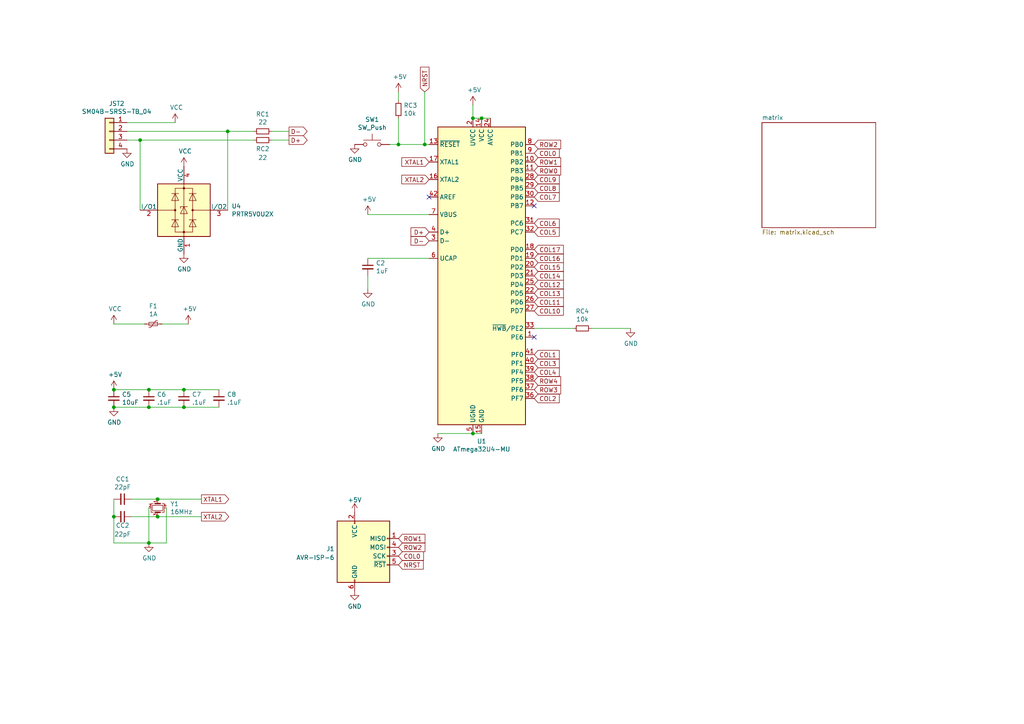
<source format=kicad_sch>
(kicad_sch (version 20211123) (generator eeschema)
  (paper "A4")
  (lib_symbols
    (symbol "Connector:AVR-ISP-6" (pin_names (offset 1.016))
      (property "Reference" "J" (at -6.35 11.43 0))
      (property "Value" "AVR-ISP-6" (at 0 11.43 0))
      (symbol "AVR-ISP-6_0_1"
        (rectangle (start -2.667 -6.858) (end -2.413 -7.62))
        (rectangle (start -2.667 10.16) (end -2.413 9.398))
        (rectangle (start 7.62 -2.413) (end 6.858 -2.667))
        (rectangle (start 7.62 0.127) (end 6.858 -0.127))
        (rectangle (start 7.62 2.667) (end 6.858 2.413))
        (rectangle (start 7.62 5.207) (end 6.858 4.953))
        (rectangle (start 7.62 10.16) (end -7.62 -7.62) (stroke (width 0.254)) (fill (type background)))
      )
      (symbol "AVR-ISP-6_1_1"
        (pin passive line (at 10.16 5.08 180) (length 2.54) (name "MISO") (number "1"))
        (pin passive line (at -2.54 12.7 270) (length 2.54) (name "VCC") (number "2"))
        (pin passive line (at 10.16 0 180) (length 2.54) (name "SCK") (number "3"))
        (pin passive line (at 10.16 2.54 180) (length 2.54) (name "MOSI") (number "4"))
        (pin passive line (at 10.16 -2.54 180) (length 2.54) (name "~{RST}") (number "5"))
        (pin passive line (at -2.54 -10.16 90) (length 2.54) (name "GND") (number "6"))
      )
    )
    (symbol "Connector_Generic:Conn_01x04" (pin_names (offset 1.016) hide)
      (property "Reference" "J" (at 0 5.08 0))
      (property "Value" "Conn_01x04" (at 0 -7.62 0))
      (symbol "Conn_01x04_1_1"
        (rectangle (start -1.27 -4.953) (end 0 -5.207) (stroke (width 0.1524)))
        (rectangle (start -1.27 -2.413) (end 0 -2.667) (stroke (width 0.1524)))
        (rectangle (start -1.27 0.127) (end 0 -0.127) (stroke (width 0.1524)))
        (rectangle (start -1.27 2.667) (end 0 2.413) (stroke (width 0.1524)))
        (rectangle (start -1.27 3.81) (end 1.27 -6.35) (stroke (width 0.254)) (fill (type background)))
        (pin passive line (at -5.08 2.54 0) (length 3.81) (name "Pin_1") (number "1"))
        (pin passive line (at -5.08 0 0) (length 3.81) (name "Pin_2") (number "2"))
        (pin passive line (at -5.08 -2.54 0) (length 3.81) (name "Pin_3") (number "3"))
        (pin passive line (at -5.08 -5.08 0) (length 3.81) (name "Pin_4") (number "4"))
      )
    )
    (symbol "Device:C_Small" (pin_numbers hide) (pin_names (offset 0.254) hide)
      (property "Reference" "C" (at 0.254 1.778 0))
      (property "Value" "C_Small" (at 0.254 -2.032 0))
      (symbol "C_Small_0_1"
        (polyline (pts (xy -1.524 -0.508) (xy 1.524 -0.508)) (stroke (width 0.3302)))
        (polyline (pts (xy -1.524 0.508) (xy 1.524 0.508)) (stroke (width 0.3048)))
      )
      (symbol "C_Small_1_1"
        (pin passive line (at 0 2.54 270) (length 2.032) (name "~") (number "1"))
        (pin passive line (at 0 -2.54 90) (length 2.032) (name "~") (number "2"))
      )
    )
    (symbol "Device:Crystal_GND24_Small" (pin_names (offset 1.016) hide)
      (property "Reference" "Y" (at 1.27 4.445 0))
      (property "Value" "Crystal_GND24_Small" (at 1.27 2.54 0))
      (symbol "Crystal_GND24_Small_0_1"
        (rectangle (start -0.762 -1.524) (end 0.762 1.524))
        (polyline (pts (xy -1.27 -0.762) (xy -1.27 0.762)) (stroke (width 0.381)))
        (polyline (pts (xy 1.27 -0.762) (xy 1.27 0.762)) (stroke (width 0.381)))
        (polyline (pts (xy -1.27 -1.27) (xy -1.27 -1.905) (xy 1.27 -1.905) (xy 1.27 -1.27)))
        (polyline (pts (xy -1.27 1.27) (xy -1.27 1.905) (xy 1.27 1.905) (xy 1.27 1.27)))
      )
      (symbol "Crystal_GND24_Small_1_1"
        (pin passive line (at -2.54 0 0) (length 1.27) (name "1") (number "1"))
        (pin passive line (at 0 -2.54 90) (length 0.635) (name "2") (number "2"))
        (pin passive line (at 2.54 0 180) (length 1.27) (name "3") (number "3"))
        (pin passive line (at 0 2.54 270) (length 0.635) (name "4") (number "4"))
      )
    )
    (symbol "Device:Polyfuse_Small" (pin_numbers hide) (pin_names (offset 0))
      (property "Reference" "F" (at -1.905 0 90))
      (property "Value" "Polyfuse_Small" (at 1.905 0 90))
      (symbol "Polyfuse_Small_0_1"
        (rectangle (start -0.508 1.27) (end 0.508 -1.27))
        (polyline (pts (xy 0 2.54) (xy 0 -2.54)))
        (polyline (pts (xy -1.016 1.27) (xy -1.016 0.762) (xy 1.016 -0.762) (xy 1.016 -1.27)))
      )
      (symbol "Polyfuse_Small_1_1"
        (pin passive line (at 0 2.54 270) (length 0.635) (name "~") (number "1"))
        (pin passive line (at 0 -2.54 90) (length 0.635) (name "~") (number "2"))
      )
    )
    (symbol "Device:R_Small" (pin_numbers hide) (pin_names (offset 0.254) hide)
      (property "Reference" "R" (at 0.762 0.508 0))
      (property "Value" "R_Small" (at 0.762 -1.016 0))
      (symbol "R_Small_0_1"
        (rectangle (start -0.762 1.778) (end 0.762 -1.778) (stroke (width 0.2032)))
      )
      (symbol "R_Small_1_1"
        (pin passive line (at 0 2.54 270) (length 0.762) (name "~") (number "1"))
        (pin passive line (at 0 -2.54 90) (length 0.762) (name "~") (number "2"))
      )
    )
    (symbol "MCU_Microchip_ATmega:ATmega32U4-AU"
      (property "Reference" "U" (at -12.7 44.45 0))
      (property "Value" "MCU_Microchip_ATmega_ATmega32U4-AU" (at 2.54 -44.45 0))
      (symbol "ATmega32U4-AU_0_1"
        (rectangle (start -12.7 -43.18) (end 12.7 43.18) (stroke (width 0.254)) (fill (type background)))
      )
      (symbol "ATmega32U4-AU_1_1"
        (pin bidirectional line (at 15.24 -17.78 180) (length 2.54) (name "PE6") (number "1"))
        (pin bidirectional line (at 15.24 33.02 180) (length 2.54) (name "PB2") (number "10"))
        (pin bidirectional line (at 15.24 30.48 180) (length 2.54) (name "PB3") (number "11"))
        (pin bidirectional line (at 15.24 20.32 180) (length 2.54) (name "PB7") (number "12"))
        (pin input line (at -15.24 38.1 0) (length 2.54) (name "~{RESET}") (number "13"))
        (pin power_in line (at 0 45.72 270) (length 2.54) (name "VCC") (number "14"))
        (pin power_in line (at 0 -45.72 90) (length 2.54) (name "GND") (number "15"))
        (pin output line (at -15.24 27.94 0) (length 2.54) (name "XTAL2") (number "16"))
        (pin input line (at -15.24 33.02 0) (length 2.54) (name "XTAL1") (number "17"))
        (pin bidirectional line (at 15.24 7.62 180) (length 2.54) (name "PD0") (number "18"))
        (pin bidirectional line (at 15.24 5.08 180) (length 2.54) (name "PD1") (number "19"))
        (pin power_in line (at -2.54 45.72 270) (length 2.54) (name "UVCC") (number "2"))
        (pin bidirectional line (at 15.24 2.54 180) (length 2.54) (name "PD2") (number "20"))
        (pin bidirectional line (at 15.24 0 180) (length 2.54) (name "PD3") (number "21"))
        (pin bidirectional line (at 15.24 -5.08 180) (length 2.54) (name "PD5") (number "22"))
        (pin passive line (at 0 -45.72 90) (length 2.54) hide (name "GND") (number "23"))
        (pin power_in line (at 2.54 45.72 270) (length 2.54) (name "AVCC") (number "24"))
        (pin bidirectional line (at 15.24 -2.54 180) (length 2.54) (name "PD4") (number "25"))
        (pin bidirectional line (at 15.24 -7.62 180) (length 2.54) (name "PD6") (number "26"))
        (pin bidirectional line (at 15.24 -10.16 180) (length 2.54) (name "PD7") (number "27"))
        (pin bidirectional line (at 15.24 27.94 180) (length 2.54) (name "PB4") (number "28"))
        (pin bidirectional line (at 15.24 25.4 180) (length 2.54) (name "PB5") (number "29"))
        (pin bidirectional line (at -15.24 10.16 0) (length 2.54) (name "D-") (number "3"))
        (pin bidirectional line (at 15.24 22.86 180) (length 2.54) (name "PB6") (number "30"))
        (pin bidirectional line (at 15.24 15.24 180) (length 2.54) (name "PC6") (number "31"))
        (pin bidirectional line (at 15.24 12.7 180) (length 2.54) (name "PC7") (number "32"))
        (pin bidirectional line (at 15.24 -15.24 180) (length 2.54) (name "~{HWB}/PE2") (number "33"))
        (pin passive line (at 0 45.72 270) (length 2.54) hide (name "VCC") (number "34"))
        (pin passive line (at 0 -45.72 90) (length 2.54) hide (name "GND") (number "35"))
        (pin bidirectional line (at 15.24 -35.56 180) (length 2.54) (name "PF7") (number "36"))
        (pin bidirectional line (at 15.24 -33.02 180) (length 2.54) (name "PF6") (number "37"))
        (pin bidirectional line (at 15.24 -30.48 180) (length 2.54) (name "PF5") (number "38"))
        (pin bidirectional line (at 15.24 -27.94 180) (length 2.54) (name "PF4") (number "39"))
        (pin bidirectional line (at -15.24 12.7 0) (length 2.54) (name "D+") (number "4"))
        (pin bidirectional line (at 15.24 -25.4 180) (length 2.54) (name "PF1") (number "40"))
        (pin bidirectional line (at 15.24 -22.86 180) (length 2.54) (name "PF0") (number "41"))
        (pin passive line (at -15.24 22.86 0) (length 2.54) (name "AREF") (number "42"))
        (pin passive line (at 0 -45.72 90) (length 2.54) hide (name "GND") (number "43"))
        (pin passive line (at 2.54 45.72 270) (length 2.54) hide (name "AVCC") (number "44"))
        (pin passive line (at -2.54 -45.72 90) (length 2.54) (name "UGND") (number "5"))
        (pin passive line (at -15.24 5.08 0) (length 2.54) (name "UCAP") (number "6"))
        (pin input line (at -15.24 17.78 0) (length 2.54) (name "VBUS") (number "7"))
        (pin bidirectional line (at 15.24 38.1 180) (length 2.54) (name "PB0") (number "8"))
        (pin bidirectional line (at 15.24 35.56 180) (length 2.54) (name "PB1") (number "9"))
      )
    )
    (symbol "Power_Protection:PRTR5V0U2X" (pin_names (offset 0))
      (property "Reference" "D" (at 2.794 8.636 0))
      (property "Value" "PRTR5V0U2X" (at 8.128 -9.398 0))
      (symbol "PRTR5V0U2X_0_1"
        (rectangle (start -7.62 -7.62) (end 7.62 7.62) (stroke (width 0.254)) (fill (type background)))
        (circle (center -2.54 0) (radius 0.254) (fill (type outline)))
        (rectangle (start -2.54 6.35) (end 2.54 -6.35))
        (circle (center 0 -6.35) (radius 0.254) (fill (type outline)))
        (polyline (pts (xy -2.54 0) (xy -7.62 0)))
        (polyline (pts (xy -1.524 -2.794) (xy -3.556 -2.794)))
        (polyline (pts (xy -1.524 4.826) (xy -3.556 4.826)))
        (polyline (pts (xy 0 -7.62) (xy 0 7.62)))
        (polyline (pts (xy 1.524 -2.794) (xy 3.556 -2.794)))
        (polyline (pts (xy 1.524 4.826) (xy 3.556 4.826)))
        (polyline (pts (xy 2.54 0) (xy 7.62 0)))
        (polyline (pts (xy 1.016 1.016) (xy -1.016 1.016) (xy -1.016 0.508)))
        (polyline (pts (xy -3.556 -4.826) (xy -1.524 -4.826) (xy -2.54 -2.794) (xy -3.556 -4.826)))
        (polyline (pts (xy -3.556 2.794) (xy -1.524 2.794) (xy -2.54 4.826) (xy -3.556 2.794)))
        (polyline (pts (xy -1.016 -1.016) (xy 1.016 -1.016) (xy 0 1.016) (xy -1.016 -1.016)))
        (polyline (pts (xy 3.556 -4.826) (xy 1.524 -4.826) (xy 2.54 -2.794) (xy 3.556 -4.826)))
        (polyline (pts (xy 3.556 2.794) (xy 1.524 2.794) (xy 2.54 4.826) (xy 3.556 2.794)))
        (circle (center 0 6.35) (radius 0.254) (fill (type outline)))
        (circle (center 2.54 0) (radius 0.254) (fill (type outline)))
      )
      (symbol "PRTR5V0U2X_1_1"
        (pin passive line (at 0 -12.7 90) (length 5.08) (name "GND") (number "1"))
        (pin passive line (at -12.7 0 0) (length 5.08) (name "I/O1") (number "2"))
        (pin passive line (at 12.7 0 180) (length 5.08) (name "I/O2") (number "3"))
        (pin passive line (at 0 12.7 270) (length 5.08) (name "VCC") (number "4"))
      )
    )
    (symbol "Switch:SW_Push" (pin_numbers hide) (pin_names (offset 1.016) hide)
      (property "Reference" "SW" (at 1.27 2.54 0))
      (property "Value" "SW_Push" (at 0 -1.524 0))
      (symbol "SW_Push_0_1"
        (circle (center -2.032 0) (radius 0.508))
        (polyline (pts (xy 0 1.27) (xy 0 3.048)))
        (polyline (pts (xy 2.54 1.27) (xy -2.54 1.27)))
        (circle (center 2.032 0) (radius 0.508))
        (pin passive line (at -5.08 0 0) (length 2.54) (name "1") (number "1"))
        (pin passive line (at 5.08 0 180) (length 2.54) (name "2") (number "2"))
      )
    )
    (symbol "power:+5V" (power) (pin_names (offset 0))
      (property "Value" "+5V" (at 0 3.556 0))
      (symbol "+5V_0_1"
        (polyline (pts (xy -0.762 1.27) (xy 0 2.54)))
        (polyline (pts (xy 0 0) (xy 0 2.54)))
        (polyline (pts (xy 0 2.54) (xy 0.762 1.27)))
      )
      (symbol "+5V_1_1"
        (pin power_in line (at 0 0 90) (length 0) hide (name "+5V") (number "1"))
      )
    )
    (symbol "power:GND" (power) (pin_names (offset 0))
      (property "Value" "GND" (at 0 -3.81 0))
      (symbol "GND_0_1"
        (polyline (pts (xy 0 0) (xy 0 -1.27) (xy 1.27 -1.27) (xy 0 -2.54) (xy -1.27 -1.27) (xy 0 -1.27)))
      )
      (symbol "GND_1_1"
        (pin power_in line (at 0 0 270) (length 0) hide (name "GND") (number "1"))
      )
    )
    (symbol "power:VCC" (power) (pin_names (offset 0))
      (property "Value" "VCC" (at 0 3.81 0))
      (symbol "VCC_0_1"
        (polyline (pts (xy -0.762 1.27) (xy 0 2.54)))
        (polyline (pts (xy 0 0) (xy 0 2.54)))
        (polyline (pts (xy 0 2.54) (xy 0.762 1.27)))
      )
      (symbol "VCC_1_1"
        (pin power_in line (at 0 0 90) (length 0) hide (name "VCC") (number "1"))
      )
    )
  )
  (junction (at 123.19 41.91))
  (junction (at 66.04 38.1))
  (junction (at 43.18 118.11))
  (junction (at 139.7 34.29))
  (junction (at 33.02 113.03))
  (junction (at 40.64 40.64))
  (junction (at 45.72 144.78))
  (junction (at 33.02 149.86))
  (junction (at 53.34 118.11))
  (junction (at 45.72 149.86))
  (junction (at 115.57 41.91))
  (junction (at 33.02 118.11))
  (junction (at 137.16 34.29))
  (junction (at 137.16 125.73))
  (junction (at 43.18 113.03))
  (junction (at 53.34 113.03))
  (junction (at 43.18 157.48))
  (no_connect (at 154.94 59.69))
  (no_connect (at 154.94 97.79))
  (no_connect (at 124.46 57.15))
  (wire (pts (xy 40.64 40.64) (xy 73.66 40.64)))
  (wire (pts (xy 43.18 157.48) (xy 48.26 157.48)))
  (wire (pts (xy 53.34 113.03) (xy 63.5 113.03)))
  (wire (pts (xy 48.26 157.48) (xy 48.26 147.32)))
  (wire (pts (xy 78.74 40.64) (xy 83.82 40.64)))
  (wire (pts (xy 38.1 149.86) (xy 45.72 149.86)))
  (wire (pts (xy 66.04 38.1) (xy 73.66 38.1)))
  (wire (pts (xy 123.19 41.91) (xy 124.46 41.91)))
  (wire (pts (xy 127 125.73) (xy 137.16 125.73)))
  (wire (pts (xy 36.83 35.56) (xy 50.8 35.56)))
  (wire (pts (xy 154.94 95.25) (xy 166.37 95.25)))
  (wire (pts (xy 106.68 74.93) (xy 124.46 74.93)))
  (wire (pts (xy 137.16 30.48) (xy 137.16 34.29)))
  (wire (pts (xy 115.57 41.91) (xy 123.19 41.91)))
  (wire (pts (xy 33.02 113.03) (xy 43.18 113.03)))
  (wire (pts (xy 45.72 144.78) (xy 58.42 144.78)))
  (wire (pts (xy 36.83 40.64) (xy 40.64 40.64)))
  (wire (pts (xy 106.68 62.23) (xy 124.46 62.23)))
  (wire (pts (xy 113.03 41.91) (xy 115.57 41.91)))
  (wire (pts (xy 33.02 144.78) (xy 33.02 149.86)))
  (wire (pts (xy 43.18 157.48) (xy 43.18 147.32)))
  (wire (pts (xy 106.68 83.82) (xy 106.68 80.01)))
  (wire (pts (xy 137.16 125.73) (xy 139.7 125.73)))
  (wire (pts (xy 38.1 144.78) (xy 45.72 144.78)))
  (wire (pts (xy 115.57 26.67) (xy 115.57 29.21)))
  (wire (pts (xy 171.45 95.25) (xy 182.88 95.25)))
  (wire (pts (xy 43.18 113.03) (xy 53.34 113.03)))
  (wire (pts (xy 123.19 26.67) (xy 123.19 41.91)))
  (wire (pts (xy 46.99 93.98) (xy 54.61 93.98)))
  (wire (pts (xy 33.02 118.11) (xy 43.18 118.11)))
  (wire (pts (xy 36.83 38.1) (xy 66.04 38.1)))
  (wire (pts (xy 137.16 34.29) (xy 139.7 34.29)))
  (wire (pts (xy 66.04 60.96) (xy 66.04 38.1)))
  (wire (pts (xy 33.02 93.98) (xy 41.91 93.98)))
  (wire (pts (xy 45.72 149.86) (xy 58.42 149.86)))
  (wire (pts (xy 33.02 149.86) (xy 33.02 157.48)))
  (wire (pts (xy 53.34 118.11) (xy 63.5 118.11)))
  (wire (pts (xy 43.18 118.11) (xy 53.34 118.11)))
  (wire (pts (xy 78.74 38.1) (xy 83.82 38.1)))
  (wire (pts (xy 33.02 157.48) (xy 43.18 157.48)))
  (wire (pts (xy 115.57 41.91) (xy 115.57 34.29)))
  (wire (pts (xy 139.7 34.29) (xy 142.24 34.29)))
  (wire (pts (xy 40.64 60.96) (xy 40.64 40.64)))
  (global_label "COL3" (shape input) (at 154.94 105.41 0) (property "Intersheet References" "${INTERSHEET_REFS}" (effects hide)))
  (global_label "COL2" (shape input) (at 154.94 115.57 0) (property "Intersheet References" "${INTERSHEET_REFS}" (effects hide)))
  (global_label "XTAL1" (shape input) (at 124.46 46.99 180) (property "Intersheet References" "${INTERSHEET_REFS}" (effects hide)))
  (global_label "D+" (shape input) (at 124.46 67.31 180) (property "Intersheet References" "${INTERSHEET_REFS}" (effects hide)))
  (global_label "COL14" (shape input) (at 154.94 80.01 0) (property "Intersheet References" "${INTERSHEET_REFS}" (effects hide)))
  (global_label "XTAL2" (shape output) (at 58.42 149.86 0) (property "Intersheet References" "${INTERSHEET_REFS}" (effects hide)))
  (global_label "COL11" (shape input) (at 154.94 87.63 0) (property "Intersheet References" "${INTERSHEET_REFS}" (effects hide)))
  (global_label "COL9" (shape input) (at 154.94 52.07 0) (property "Intersheet References" "${INTERSHEET_REFS}" (effects hide)))
  (global_label "COL0" (shape input) (at 154.94 44.45 0) (property "Intersheet References" "${INTERSHEET_REFS}" (effects hide)))
  (global_label "NRST" (shape input) (at 115.57 163.83 0) (property "Intersheet References" "${INTERSHEET_REFS}" (effects hide)))
  (global_label "ROW4" (shape input) (at 154.94 110.49 0) (property "Intersheet References" "${INTERSHEET_REFS}" (effects hide)))
  (global_label "COL1" (shape input) (at 154.94 102.87 0) (property "Intersheet References" "${INTERSHEET_REFS}" (effects hide)))
  (global_label "XTAL2" (shape input) (at 124.46 52.07 180) (property "Intersheet References" "${INTERSHEET_REFS}" (effects hide)))
  (global_label "COL4" (shape input) (at 154.94 107.95 0) (property "Intersheet References" "${INTERSHEET_REFS}" (effects hide)))
  (global_label "COL10" (shape input) (at 154.94 90.17 0) (property "Intersheet References" "${INTERSHEET_REFS}" (effects hide)))
  (global_label "COL16" (shape input) (at 154.94 74.93 0) (property "Intersheet References" "${INTERSHEET_REFS}" (effects hide)))
  (global_label "COL17" (shape input) (at 154.94 72.39 0) (property "Intersheet References" "${INTERSHEET_REFS}" (effects hide)))
  (global_label "COL7" (shape input) (at 154.94 57.15 0) (property "Intersheet References" "${INTERSHEET_REFS}" (effects hide)))
  (global_label "COL13" (shape input) (at 154.94 85.09 0) (property "Intersheet References" "${INTERSHEET_REFS}" (effects hide)))
  (global_label "ROW0" (shape input) (at 154.94 49.53 0) (property "Intersheet References" "${INTERSHEET_REFS}" (effects hide)))
  (global_label "COL8" (shape input) (at 154.94 54.61 0) (property "Intersheet References" "${INTERSHEET_REFS}" (effects hide)))
  (global_label "NRST" (shape input) (at 123.19 26.67 90) (property "Intersheet References" "${INTERSHEET_REFS}" (effects hide)))
  (global_label "COL0" (shape input) (at 115.57 161.29 0) (property "Intersheet References" "${INTERSHEET_REFS}" (effects hide)))
  (global_label "XTAL1" (shape output) (at 58.42 144.78 0) (property "Intersheet References" "${INTERSHEET_REFS}" (effects hide)))
  (global_label "COL15" (shape input) (at 154.94 77.47 0) (property "Intersheet References" "${INTERSHEET_REFS}" (effects hide)))
  (global_label "COL5" (shape input) (at 154.94 67.31 0) (property "Intersheet References" "${INTERSHEET_REFS}" (effects hide)))
  (global_label "D+" (shape output) (at 83.82 40.64 0) (property "Intersheet References" "${INTERSHEET_REFS}" (effects hide)))
  (global_label "ROW3" (shape input) (at 154.94 113.03 0) (property "Intersheet References" "${INTERSHEET_REFS}" (effects hide)))
  (global_label "COL12" (shape input) (at 154.94 82.55 0) (property "Intersheet References" "${INTERSHEET_REFS}" (effects hide)))
  (global_label "COL6" (shape input) (at 154.94 64.77 0) (property "Intersheet References" "${INTERSHEET_REFS}" (effects hide)))
  (global_label "D-" (shape input) (at 124.46 69.85 180) (property "Intersheet References" "${INTERSHEET_REFS}" (effects hide)))
  (global_label "ROW2" (shape input) (at 154.94 41.91 0) (property "Intersheet References" "${INTERSHEET_REFS}" (effects hide)))
  (global_label "ROW2" (shape input) (at 115.57 158.75 0) (property "Intersheet References" "${INTERSHEET_REFS}" (effects hide)))
  (global_label "ROW1" (shape input) (at 154.94 46.99 0) (property "Intersheet References" "${INTERSHEET_REFS}" (effects hide)))
  (global_label "D-" (shape output) (at 83.82 38.1 0) (property "Intersheet References" "${INTERSHEET_REFS}" (effects hide)))
  (global_label "ROW1" (shape input) (at 115.57 156.21 0) (property "Intersheet References" "${INTERSHEET_REFS}" (effects hide)))
  (symbol (lib_id "MCU_Microchip_ATmega:ATmega32U4-AU") (at 139.7 80.01 0) (unit 1)
    (property "Reference" "U1" (at 139.7 127.9906 0))
    (property "Value" "ATmega32U4-MU" (at 139.7 130.302 0))
    (property "Footprint" "Package_DFN_QFN:QFN-44-1EP_7x7mm_P0.5mm_EP5.15x5.15mm" (effects hide))
    (property "Datasheet" "http://ww1.microchip.com/downloads/en/DeviceDoc/Atmel-7766-8-bit-AVR-ATmega16U4-32U4_Datasheet.pdf" (effects hide))
  )
  (symbol (lib_id "Connector_Generic:Conn_01x04") (at 31.75 38.1 0) (mirror y) (unit 1)
    (property "Reference" "JST2" (at 33.8328 30.0482 0))
    (property "Value" "SM04B-SRSS-TB_04" (at 33.8328 32.3596 0))
    (property "Footprint" "Connector_JST:JST_SH_SM04B-SRSS-TB_1x04-1MP_P1.00mm_Horizontal" (effects hide))
    (property "LCSC" " C160404" (effects hide))
  )
  (symbol (lib_id "power:+5V") (at 137.16 30.48 0) (unit 1)
    (property "Reference" "#PWR0101" (effects hide))
    (property "Value" "+5V" (at 137.541 26.0858 0))
  )
  (symbol (lib_id "Power_Protection:PRTR5V0U2X") (at 53.34 60.96 0) (unit 1)
    (property "Reference" "U4" (at 67.1576 59.7916 0) (effects (justify left)))
    (property "Value" "PRTR5V0U2X" (at 67.1576 62.103 0) (effects (justify left)))
    (property "Footprint" "random-keyboard-parts:SOT143B" (effects hide))
    (property "Datasheet" "https://assets.nexperia.com/documents/data-sheet/PRTR5V0U2X.pdf" (effects hide))
    (property "LCSC" "C12333" (effects hide))
  )
  (symbol (lib_id "Device:R_Small") (at 168.91 95.25 270) (unit 1)
    (property "Reference" "RC4" (at 168.91 90.2716 90))
    (property "Value" "10k" (at 168.91 92.583 90))
    (property "Footprint" "Resistor_SMD:R_0603_1608Metric_Pad0.98x0.95mm_HandSolder" (effects hide))
    (property "LCSC" "C25804" (effects hide))
  )
  (symbol (lib_id "power:GND") (at 182.88 95.25 0) (unit 1)
    (property "Reference" "#PWR0102" (effects hide))
    (property "Value" "GND" (at 183.007 99.6442 0))
  )
  (symbol (lib_id "Device:Polyfuse_Small") (at 44.45 93.98 270) (unit 1)
    (property "Reference" "F1" (at 44.45 88.773 90))
    (property "Value" "1A" (at 44.45 91.0844 90))
    (property "Footprint" "Fuse:Fuse_1206_3216Metric_Pad1.42x1.75mm_HandSolder" (effects hide))
    (property "LCSC" "C315893" (effects hide))
  )
  (symbol (lib_id "power:GND") (at 127 125.73 0) (unit 1)
    (property "Reference" "#PWR0103" (effects hide))
    (property "Value" "GND" (at 127.127 130.1242 0))
  )
  (symbol (lib_id "Device:C_Small") (at 106.68 77.47 0) (unit 1)
    (property "Reference" "C2" (at 109.0168 76.3016 0) (effects (justify left)))
    (property "Value" "1uF" (at 109.0168 78.613 0) (effects (justify left)))
    (property "Footprint" "Capacitor_SMD:C_0603_1608Metric_Pad1.08x0.95mm_HandSolder" (effects hide))
    (property "LCSC" "C15849" (effects hide))
  )
  (symbol (lib_id "Device:R_Small") (at 76.2 38.1 270) (unit 1)
    (property "Reference" "RC1" (at 76.2 33.1216 90))
    (property "Value" "22" (at 76.2 35.433 90))
    (property "Footprint" "Resistor_SMD:R_0603_1608Metric_Pad0.98x0.95mm_HandSolder" (effects hide))
    (property "LCSC" "C23345" (effects hide))
  )
  (symbol (lib_id "power:GND") (at 106.68 83.82 0) (unit 1)
    (property "Reference" "#PWR0104" (effects hide))
    (property "Value" "GND" (at 106.807 88.2142 0))
  )
  (symbol (lib_id "Device:R_Small") (at 76.2 40.64 90) (unit 1)
    (property "Reference" "RC2" (at 76.2 43.18 90))
    (property "Value" "22" (at 76.2 45.72 90))
    (property "Footprint" "Resistor_SMD:R_0603_1608Metric_Pad0.98x0.95mm_HandSolder" (effects hide))
    (property "LCSC" "C23345" (effects hide))
  )
  (symbol (lib_id "power:+5V") (at 106.68 62.23 0) (unit 1)
    (property "Reference" "#PWR0105" (effects hide))
    (property "Value" "+5V" (at 107.061 57.8358 0))
  )
  (symbol (lib_id "Switch:SW_Push") (at 107.95 41.91 0) (unit 1)
    (property "Reference" "SW1" (at 107.95 34.671 0))
    (property "Value" "SW_Push" (at 107.95 36.9824 0))
    (property "Footprint" "random-keyboard-parts:SKQGADE010" (effects hide))
  )
  (symbol (lib_id "power:GND") (at 102.87 41.91 0) (unit 1)
    (property "Reference" "#PWR0106" (effects hide))
    (property "Value" "GND" (at 102.997 46.3042 0))
  )
  (symbol (lib_id "Device:R_Small") (at 115.57 31.75 0) (unit 1)
    (property "Reference" "RC3" (at 117.0686 30.5816 0) (effects (justify left)))
    (property "Value" "10k" (at 117.0686 32.893 0) (effects (justify left)))
    (property "Footprint" "Resistor_SMD:R_0603_1608Metric_Pad0.98x0.95mm_HandSolder" (effects hide))
    (property "LCSC" "C25804" (effects hide))
  )
  (symbol (lib_id "power:+5V") (at 115.57 26.67 0) (unit 1)
    (property "Reference" "#PWR0107" (effects hide))
    (property "Value" "+5V" (at 115.951 22.2758 0))
  )
  (symbol (lib_id "Device:Crystal_GND24_Small") (at 45.72 147.32 270) (unit 1)
    (property "Reference" "Y1" (at 49.3776 146.1516 90) (effects (justify left)))
    (property "Value" "16MHz" (at 49.3776 148.463 90) (effects (justify left)))
    (property "Footprint" "Crystal:Crystal_SMD_3225-4Pin_3.2x2.5mm_HandSoldering" (effects hide))
    (property "LCSC" "C255906" (effects hide))
  )
  (symbol (lib_id "Device:C_Small") (at 35.56 144.78 270) (unit 1)
    (property "Reference" "CC1" (at 35.56 138.9634 90))
    (property "Value" "22pF" (at 35.56 141.2748 90))
    (property "Footprint" "Capacitor_SMD:C_0603_1608Metric_Pad1.08x0.95mm_HandSolder" (effects hide))
    (property "LCSC" "C1653" (effects hide))
  )
  (symbol (lib_id "Device:C_Small") (at 35.56 149.86 270) (unit 1)
    (property "Reference" "CC2" (at 35.56 152.4 90))
    (property "Value" "22pF" (at 35.56 154.94 90))
    (property "Footprint" "Capacitor_SMD:C_0603_1608Metric_Pad1.08x0.95mm_HandSolder" (effects hide))
    (property "LCSC" "C1653" (effects hide))
  )
  (symbol (lib_id "power:GND") (at 43.18 157.48 0) (unit 1)
    (property "Reference" "#PWR0108" (effects hide))
    (property "Value" "GND" (at 43.307 161.8742 0))
  )
  (symbol (lib_id "Device:C_Small") (at 33.02 115.57 0) (unit 1)
    (property "Reference" "C5" (at 35.3568 114.4016 0) (effects (justify left)))
    (property "Value" "10uF" (at 35.3568 116.713 0) (effects (justify left)))
    (property "Footprint" "Capacitor_SMD:C_0603_1608Metric_Pad1.08x0.95mm_HandSolder" (effects hide))
    (property "LCSC" "C19702" (effects hide))
  )
  (symbol (lib_id "Device:C_Small") (at 43.18 115.57 0) (unit 1)
    (property "Reference" "C6" (at 45.5168 114.4016 0) (effects (justify left)))
    (property "Value" ".1uF" (at 45.5168 116.713 0) (effects (justify left)))
    (property "Footprint" "Capacitor_SMD:C_0603_1608Metric_Pad1.08x0.95mm_HandSolder" (effects hide))
    (property "LCSC" "C14663" (effects hide))
  )
  (symbol (lib_id "Device:C_Small") (at 53.34 115.57 0) (unit 1)
    (property "Reference" "C7" (at 55.6768 114.4016 0) (effects (justify left)))
    (property "Value" ".1uF" (at 55.6768 116.713 0) (effects (justify left)))
    (property "Footprint" "Capacitor_SMD:C_0603_1608Metric_Pad1.08x0.95mm_HandSolder" (effects hide))
    (property "LCSC" "C14663" (effects hide))
  )
  (symbol (lib_id "Device:C_Small") (at 63.5 115.57 0) (unit 1)
    (property "Reference" "C8" (at 65.8368 114.4016 0) (effects (justify left)))
    (property "Value" ".1uF" (at 65.8368 116.713 0) (effects (justify left)))
    (property "Footprint" "Capacitor_SMD:C_0603_1608Metric_Pad1.08x0.95mm_HandSolder" (effects hide))
    (property "LCSC" "C14663" (effects hide))
  )
  (symbol (lib_id "power:+5V") (at 33.02 113.03 0) (unit 1)
    (property "Reference" "#PWR0109" (effects hide))
    (property "Value" "+5V" (at 33.401 108.6358 0))
  )
  (symbol (lib_id "power:GND") (at 33.02 118.11 0) (unit 1)
    (property "Reference" "#PWR0110" (effects hide))
    (property "Value" "GND" (at 33.147 122.5042 0))
  )
  (symbol (lib_id "power:+5V") (at 54.61 93.98 0) (unit 1)
    (property "Reference" "#PWR0111" (effects hide))
    (property "Value" "+5V" (at 54.991 89.5858 0))
  )
  (symbol (lib_id "power:GND") (at 36.83 43.18 0) (unit 1)
    (property "Reference" "#PWR0112" (effects hide))
    (property "Value" "GND" (at 36.957 47.5742 0))
  )
  (symbol (lib_id "power:GND") (at 53.34 73.66 0) (unit 1)
    (property "Reference" "#PWR0113" (effects hide))
    (property "Value" "GND" (at 53.467 78.0542 0))
  )
  (symbol (lib_id "power:VCC") (at 33.02 93.98 0) (unit 1)
    (property "Reference" "#PWR0114" (effects hide))
    (property "Value" "VCC" (at 33.401 89.5858 0))
  )
  (symbol (lib_id "power:VCC") (at 50.8 35.56 0) (unit 1)
    (property "Reference" "#PWR0115" (effects hide))
    (property "Value" "VCC" (at 51.181 31.1658 0))
  )
  (symbol (lib_id "power:VCC") (at 53.34 48.26 0) (unit 1)
    (property "Reference" "#PWR0116" (effects hide))
    (property "Value" "VCC" (at 53.721 43.8658 0))
  )
  (symbol (lib_id "power:GND") (at 102.87 171.45 0) (unit 1)
    (property "Reference" "#PWR0118" (effects hide))
    (property "Value" "GND" (at 102.87 175.8934 0))
  )
  (symbol (lib_id "Connector:AVR-ISP-6") (at 105.41 161.29 0) (unit 1)
    (property "Reference" "J1" (at 97.0281 159.1853 0) (effects (justify right)))
    (property "Value" "AVR-ISP-6" (at 97.0281 161.7222 0) (effects (justify right)))
    (property "Footprint" "Connector_PinHeader_2.54mm:PinHeader_2x03_P2.54mm_Vertical" (effects hide))
    (property "Datasheet" " ~" (effects hide))
  )
  (symbol (lib_id "power:+5V") (at 102.87 148.59 0) (unit 1)
    (property "Reference" "#PWR0117" (effects hide))
    (property "Value" "+5V" (at 102.87 145.0142 0))
  )
  (sheet (at 220.98 35.56) (size 33.02 30.48)
    (property "Sheet name" "matrix" (at 220.98 34.8484 0) (effects (justify left bottom)))
    (property "Sheet file" "matrix.kicad_sch" (at 220.98 66.6246 0) (effects (justify left top)))
  )
)
</source>
